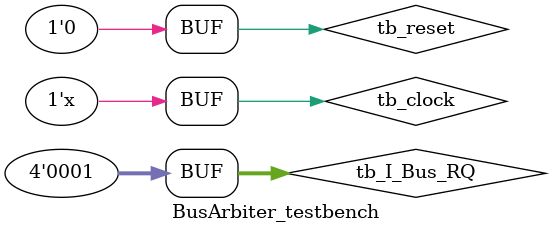
<source format=v>
`timescale 1ns / 1ps



module BusArbiter_testbench;

// Testbench clock, reset
reg tb_clock;
reg tb_reset;


//	Arbitration Submodule --> Bus arbiter
// reg [3:0] tb_D_Bus_RQ;
reg [3:0] tb_I_Bus_RQ;

//	Bus arbiter --> Arbitration Submodule
// wire [3:0] tb_D_Bus_Grant;
wire [3:0] tb_I_Bus_Grant;




// Memory System --> Bus/Bus Arbiter
reg tb_DataMem_Ready;

// Bus Arbiter --> Bus
wire 	 	  	tb_DataMem_Read		;
wire	[3:0] 	tb_DataMem_Write 	;
wire 	[29:0]	tb_DataMem_Address	;	
wire 	[31:0]	tb_DataMem_Out		;


// Memory System --> Bus/Bus Arbiter
reg tb_InsMem_Ready;

// Bus Arbiter --> Bus 
wire 	[29:0]	tb_InstMem_Address	;
wire 			tb_InstMem_Read		;




BusArbiter uut (
	.clock		(tb_clock	),
	.reset		(tb_reset	),

	.D_Bus_RQ		(tb_D_Bus_RQ	),	
	.I_Bus_RQ		(tb_I_Bus_RQ	),

	.D_Bus_GRANT	(tb_D_Bus_Grant	),
	.I_Bus_GRANT	(tb_I_Bus_Grant	),

	.DataMem_Ready 	(tb_DataMem_Ready	),	
	.DataMem_Read	(tb_DataMem_Read	),
	.DataMem_Write	(tb_DataMem_Write 	),
	.DataMem_Address(tb_DataMem_Address	),	
	.DataMem_Out	(tb_DataMem_Out		),	



	.InstMem_Ready 	(tb_InsMem_Ready),
	.InstMem_Address(tb_InstMem_Address	),	
	.InstMem_Read	(tb_InstMem_Read		)
	
	
);





//endtask


// pseudo Memory FSM STARTS --------------------------------------------------

// pseudo Memoery needs
/*
	Inputs:
		tb_Bus_InstMem_Read				// Read signal from processor(BUS)
		tb_Bus_InstMem_Address			// The address the processor ( BUS ) wants to read from 
	Outputs:
		tb_Bus_InstMem_Ready			// Ready signal to processor ( BUS )
		tb_Bus_InstMem_In				// Data to processor	( BUS )
*/



reg [1:0] Mem_State;
localparam	Mem_State_Idle 			    = 0;
localparam	Mem_State_Request_placed 	= 1;
localparam	Mem_State_Data_ready 		= 2;
localparam	Mem_State_Data_read 		= 3;



always@(posedge tb_clock or posedge tb_reset)
begin
	if (tb_reset)
		begin
			tb_Bus_InstMem_Ready 	= 1'b0;		// Ready signal to processor ( BUS )
			tb_Bus_InstMem_In 		= 'h0000;  	// Data to processor	( BUS )
			Mem_State = Mem_State_Idle;
		end
	else
	begin
		case(Mem_State)
						
					Mem_State_Idle:
					begin
						tb_Bus_InstMem_Ready 	= 1'b0;		//
						tb_Bus_InstMem_In 		= 'hFFFF;   // Drive the data bus with FFFs while idle
						if(tb_Bus_InstMem_Read == 1'b1)
							Mem_State = Mem_State_Request_placed;

					end

					Mem_State_Request_placed:
					begin

						#100 tb_Bus_InstMem_In = tb_Bus_InstMem_Address + 1 ;  // Return the address +1 as data 
						#100 tb_Bus_InstMem_Ready 	= 1'b1;	
						Mem_State = Mem_State_Data_ready ;
					end

					Mem_State_Data_ready:
					begin
						#50 if(tb_Bus_InstMem_Read == 1'b0)
							Mem_State = Mem_State_Data_read;

					end

					Mem_State_Data_read:
					begin
						tb_Bus_InstMem_Ready 	= 1'b0;
						Mem_State =	Mem_State_Idle;
					end

		endcase

	end	

end

// pseudo Memory FSM ENDS --------------------------------------------------





always 
#10 tb_clock = !tb_clock;

initial
begin
#10 tb_clock = 0;


#10 tb_reset = 1;


#150 tb_reset = 0;


#50 	tb_I_Bus_RQ = 4'b0011;

#200 	tb_I_Bus_RQ = 4'b0011;

#200 tb_I_Bus_RQ = 4'b0001;

end

// always
// 	begin
// 			if(tb_reset)
// 				begin
// 					tb_DataMem_Ready <= 1'b0; 
// 				end
// 			else if(	(tb_D_Bus_Grant != 4'b0000)	&&	(tb_D_Bus_RQ != 4'b0000) 	)      // A request is up, and the bus has been given to a core
// 				begin
// 					#20 tb_DataMem_Ready <= 1'b1;  	
// 				end
// 			else if (	(tb_D_Bus_Grant == 4'b0000)	&&	(tb_D_Bus_RQ != 4'b0000)		)
// 				begin
// 					#5 tb_DataMem_Ready <= 1'b0;	
// 				end
// 			else if( (tb_D_Bus_Grant != 4'b0000) && (tb_D_Bus_RQ == 4'b0000)			)
// 				begin
// 					#5 tb_DataMem_Ready <= 1'b0;	
// 				end	
// 			else 	if(		(tb_D_Bus_Grant == 4'b0000) && (tb_D_Bus_RQ == 4'b0000)	)
// 				begin  
// 					#5 tb_DataMem_Ready <= 1'b0;
// 				end
// 		#1;
// 	end



//	genvar c;
//	
//	for (c = 0; c < 5 ; c = c +1)
//	begin
//		always	
//			begin
//	
//				/*
//				//#($urandom_range(10,20)) tb_D_Bus_RQ[a] <= 1'b1;  // I'm a core, lalala, i want D_R/W
//				#100 tb_D_Bus_RQ[3] <= 1'b1;
//	
//				while( tb_D_Bus_Grant[3] == 1'b0 )
//	
//				//#($urandom_range(10,20)) tb_D_Bus_RQ[a] <= 1'b0;
//	
//				#100 tb_D_Bus_RQ[3] <= 1'b0;
//				*/
//				if( tb_D_Bus_RQ[c] == 1'b1 )
//					begin
//						$display("I wanna D R/W");
//						
//						while(tb_D_Bus_Grant[c] == 1'b0 )
//							begin
//								#10;
//							end
//	
//						$display("Bus is mine");
//	
//						while(tb_DataMem_Ready == 1'b0)
//							begin
//								#10;
//							end
//						
//						$display("My data is ready!");
//	
//						#150 tb_D_Bus_RQ[c] <= 1'b0;		// 3 has copied data
//						$display("Transaction completed");	
//	
//					end
//					#1;
//			end
//	end



// always	
// 		begin

// 			/*
// 			//#($urandom_range(10,20)) tb_D_Bus_RQ[a] <= 1'b1;  // I'm a core, lalala, i want D_R/W
// 			#100 tb_D_Bus_RQ[3] <= 1'b1;

// 			while( tb_D_Bus_Grant[3] == 1'b0 )

// 			//#($urandom_range(10,20)) tb_D_Bus_RQ[a] <= 1'b0;

// 			#100 tb_D_Bus_RQ[3] <= 1'b0;
// 			*/
// 			if( tb_D_Bus_RQ[0] == 1'b1 )
// 				begin
// 					//$display("I wanna D R/W");
					
// 					while(tb_D_Bus_Grant[0] == 1'b0 )
// 						begin
// 							#10;
// 						end



// 						/// This is where the core puts the address memory etc on the bus
// 					//$display("Bus is mine");

// 					while(tb_DataMem_Ready == 1'b0)
// 						begin
// 							#10;
// 						end
					
// 					//$display("My data is ready!");

// 					#150 tb_D_Bus_RQ[0] <= 1'b0;		// 3 has copied data
// 					//$display("Transaction completed");	
// 				#1;		
// 				end
// 				#1;
// 		end

// always	
// 		begin

			
// 			//#($urandom_range(10,20)) tb_D_Bus_RQ[a] <= 1'b1;  // I'm a core, lalala, i want D_R/W
// 			#100 tb_D_Bus_RQ[3] <= 1'b1;

// 			while( tb_D_Bus_Grant[3] == 1'b0 )

// 			//#($urandom_range(10,20)) tb_D_Bus_RQ[a] <= 1'b0;

// 			#100 tb_D_Bus_RQ[3] <= 1'b0;
			
// 			if( tb_D_Bus_RQ[1] == 1'b1 )
// 				begin
// 					//$display("I wanna D R/W");
					
// 					while(tb_D_Bus_Grant[1] == 1'b0 )
// 						begin
// 							#1;
// 						end

// 					//$display("Bus is mine");

// 					while(tb_DataMem_Ready == 1'b0)
// 						begin
// 							#1;
// 						end
					
// 					//$display("My data is ready!");

// 					#15 tb_D_Bus_RQ[1] <= 1'b0;		// 3 has copied data
// 					//$display("Transaction completed");	
// 				#1;		
// 				end
// 				#1;
// 		end







// // The first core is assumed to be core number 1

// initial
// 	begin
	
 
// 		#10	tb_DataMem_Ready <= 0;
// 		#10	tb_InsMem_Ready <= 0;
// 		#10	tb_clock <= 0;
// 		#10	tb_D_Bus_RQ <= 4'b0000;  // 
// 		#10	tb_I_Bus_RQ <= 4'b0000;  // 
// 		#10	tb_reset <= 1;





	
// 		$display(" --------  Test begins  ------------------");
// 		#100 tb_reset <= 0;  

// 		#500;
// 		#100 tb_D_Bus_RQ <= 4'b0001;

// 		#200 tb_D_Bus_RQ <= 4'b0010;
// 		#1500;
// 		$display(" --------  Test ENDS  ------------------");
// 		$finish;
		/*
		//#500 tb_DataMem_Ready <= 1'b1;


		//#200 tb_D_Bus_RQ <= 4'b0000;

		//#300 tb_DataMem_Ready <= 1'b0;

		//#50 tb_DataMem_Ready <= 1'b1;


		//RQ(1);
		//#200 tb_DataMem_Ready <= 1'b1;


		//	#100 tb_D_Bus_RQ <= 4'b0001;	// A request from core 0 is placed
		//	#100 tb_D_Bus_RQ = 4'b0010;	// A request from core 1 is placed	
		//	#100 tb_D_Bus_RQ = 4'b0100;	// A request from core 2is placed
		//	#100 tb_D_Bus_RQ = 4'b1000;	// A request from core 3 is placed




		#1000 tb_D_Bus_RQ <= 4'b0010;	// A request from core 1 is placed
		#100 tb_DataMem_Ready <= 1'b1;	// Data is ready on the Data BUS
		#100 tb_D_Bus_RQ <= 4'b0000;		//Core Has taken the Data
		#100 tb_DataMem_Ready <= 1'b0;	// Transaction Complete0


		#100 tb_D_Bus_RQ <= 4'b0001;	// A request from core 0 is place0
		#100 tb_D_Bus_RQ <= 4'b0011;	// A request from core 1 is placed //--0
		#100 tb_DataMem_Ready <= 1'b1;	// Data is ready on the Data BUS
		#100 tb_D_Bus_RQ <= 4'b0010;		//Core0 Has taken the Data		//---
		#100 tb_DataMem_Ready <= 1'b0;	// Transaction Complete0
		#200 tb_DataMem_Ready <= 1'b1;	// Data is ready on the Data BUS
		#100 tb_D_Bus_RQ <= 4'b0000;		//Core Has taken the Data
		#100 tb_DataMem_Ready <= 1'b0;	// Transaction Completed

		//	#15 Mem_Ready = 1;
		//	#30 Mem_Ready = 0;
		//	#15 RQ = 2'd2;
		//	#15 RQ = 2'd2;


		*/

	// end

endmodule
</source>
